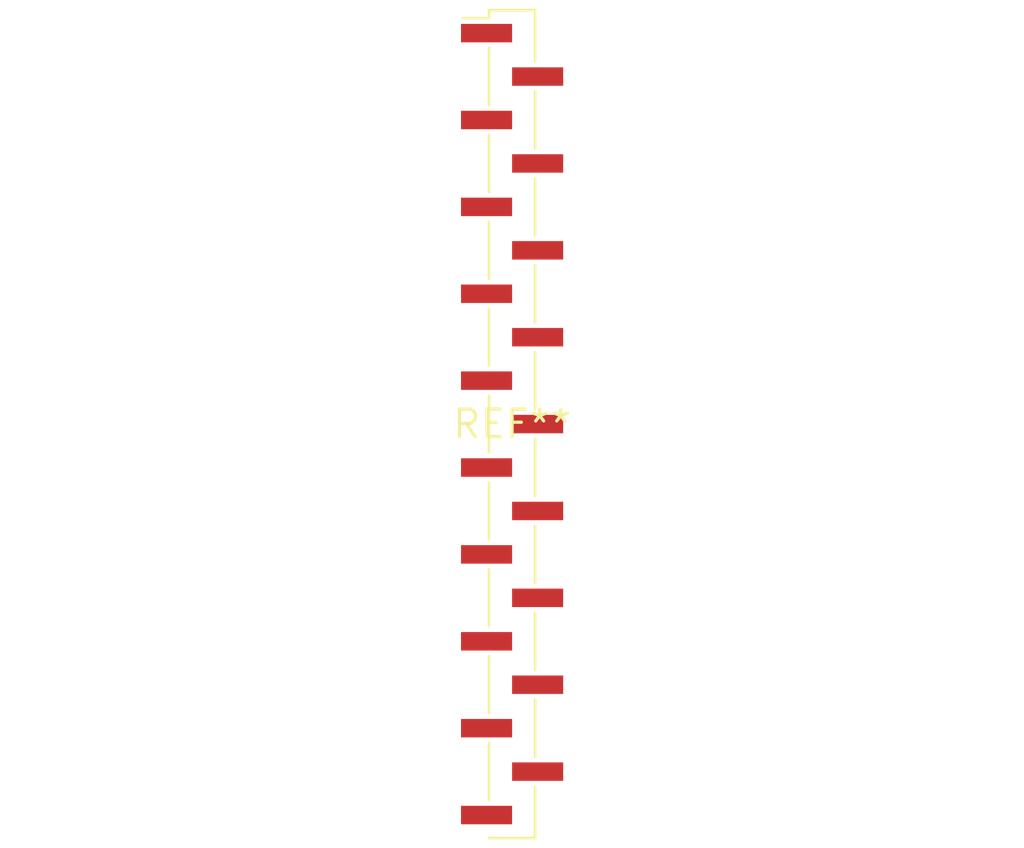
<source format=kicad_pcb>
(kicad_pcb (version 20240108) (generator pcbnew)
  (layers (0 "F.Cu" signal) (31 "B.Cu" signal) (34 "B.Paste" user) (35 "F.Paste" user) (36 "B.SilkS" user "B.Silkscreen") (37 "F.SilkS" user "F.Silkscreen") (38 "B.Mask" user) (39 "F.Mask" user) (44 "Edge.Cuts" user))
  (net 0 "")
  (footprint "PinHeader_1x19_P2.00mm_Vertical_SMD_Pin1Left" (layer "F.Cu") (at 0 0)
    (property "Reference" "REF**")
    (property "Value" "PinHeader_1x19_P2.00mm_Vertical_SMD_Pin1Left")
    (fp_line (start -1.06 -19.06) (end -1.06 -18.685) (layer "F.SilkS") (stroke (width 0.12)))
    (fp_line (start -1.06 -19.06) (end 1.06 -19.06) (layer "F.SilkS") (stroke (width 0.12)))
    (fp_line (start -1.06 -18.685) (end -2.29 -18.685) (layer "F.SilkS") (stroke (width 0.12)))
    (fp_line (start -1.06 -17.315) (end -1.06 -14.685) (layer "F.SilkS") (stroke (width 0.12)))
    (fp_line (start -1.06 -13.315) (end -1.06 -10.685) (layer "F.SilkS") (stroke (width 0.12)))
    (fp_line (start -1.06 -9.315) (end -1.06 -6.685) (layer "F.SilkS") (stroke (width 0.12)))
    (fp_line (start -1.06 -5.315) (end -1.06 -2.685) (layer "F.SilkS") (stroke (width 0.12)))
    (fp_line (start -1.06 -1.315) (end -1.06 1.315) (layer "F.SilkS") (stroke (width 0.12)))
    (fp_line (start -1.06 2.685) (end -1.06 5.315) (layer "F.SilkS") (stroke (width 0.12)))
    (fp_line (start -1.06 6.685) (end -1.06 9.315) (layer "F.SilkS") (stroke (width 0.12)))
    (fp_line (start -1.06 10.685) (end -1.06 13.315) (layer "F.SilkS") (stroke (width 0.12)))
    (fp_line (start -1.06 14.685) (end -1.06 17.315) (layer "F.SilkS") (stroke (width 0.12)))
    (fp_line (start -1.06 19.06) (end 1.06 19.06) (layer "F.SilkS") (stroke (width 0.12)))
    (fp_line (start 1.06 -19.06) (end 1.06 -16.685) (layer "F.SilkS") (stroke (width 0.12)))
    (fp_line (start 1.06 -15.315) (end 1.06 -12.685) (layer "F.SilkS") (stroke (width 0.12)))
    (fp_line (start 1.06 -11.315) (end 1.06 -8.685) (layer "F.SilkS") (stroke (width 0.12)))
    (fp_line (start 1.06 -7.315) (end 1.06 -4.685) (layer "F.SilkS") (stroke (width 0.12)))
    (fp_line (start 1.06 -3.315) (end 1.06 -0.685) (layer "F.SilkS") (stroke (width 0.12)))
    (fp_line (start 1.06 0.685) (end 1.06 3.315) (layer "F.SilkS") (stroke (width 0.12)))
    (fp_line (start 1.06 4.685) (end 1.06 7.315) (layer "F.SilkS") (stroke (width 0.12)))
    (fp_line (start 1.06 8.685) (end 1.06 11.315) (layer "F.SilkS") (stroke (width 0.12)))
    (fp_line (start 1.06 12.685) (end 1.06 15.315) (layer "F.SilkS") (stroke (width 0.12)))
    (fp_line (start 1.06 16.685) (end 1.06 19.06) (layer "F.SilkS") (stroke (width 0.12)))
    (fp_line (start 1.06 18.685) (end 1.06 19.06) (layer "F.SilkS") (stroke (width 0.12)))
    (pad "1" smd rect (at -1.175 -18) (size 2.35 0.85) (layers "F.Cu" "F.Paste" "F.Mask"))
    (pad "2" smd rect (at 1.175 -16) (size 2.35 0.85) (layers "F.Cu" "F.Paste" "F.Mask"))
    (pad "3" smd rect (at -1.175 -14) (size 2.35 0.85) (layers "F.Cu" "F.Paste" "F.Mask"))
    (pad "4" smd rect (at 1.175 -12) (size 2.35 0.85) (layers "F.Cu" "F.Paste" "F.Mask"))
    (pad "5" smd rect (at -1.175 -10) (size 2.35 0.85) (layers "F.Cu" "F.Paste" "F.Mask"))
    (pad "6" smd rect (at 1.175 -8) (size 2.35 0.85) (layers "F.Cu" "F.Paste" "F.Mask"))
    (pad "7" smd rect (at -1.175 -6) (size 2.35 0.85) (layers "F.Cu" "F.Paste" "F.Mask"))
    (pad "8" smd rect (at 1.175 -4) (size 2.35 0.85) (layers "F.Cu" "F.Paste" "F.Mask"))
    (pad "9" smd rect (at -1.175 -2) (size 2.35 0.85) (layers "F.Cu" "F.Paste" "F.Mask"))
    (pad "10" smd rect (at 1.175 0) (size 2.35 0.85) (layers "F.Cu" "F.Paste" "F.Mask"))
    (pad "11" smd rect (at -1.175 2) (size 2.35 0.85) (layers "F.Cu" "F.Paste" "F.Mask"))
    (pad "12" smd rect (at 1.175 4) (size 2.35 0.85) (layers "F.Cu" "F.Paste" "F.Mask"))
    (pad "13" smd rect (at -1.175 6) (size 2.35 0.85) (layers "F.Cu" "F.Paste" "F.Mask"))
    (pad "14" smd rect (at 1.175 8) (size 2.35 0.85) (layers "F.Cu" "F.Paste" "F.Mask"))
    (pad "15" smd rect (at -1.175 10) (size 2.35 0.85) (layers "F.Cu" "F.Paste" "F.Mask"))
    (pad "16" smd rect (at 1.175 12) (size 2.35 0.85) (layers "F.Cu" "F.Paste" "F.Mask"))
    (pad "17" smd rect (at -1.175 14) (size 2.35 0.85) (layers "F.Cu" "F.Paste" "F.Mask"))
    (pad "18" smd rect (at 1.175 16) (size 2.35 0.85) (layers "F.Cu" "F.Paste" "F.Mask"))
    (pad "19" smd rect (at -1.175 18) (size 2.35 0.85) (layers "F.Cu" "F.Paste" "F.Mask"))
  )
)
</source>
